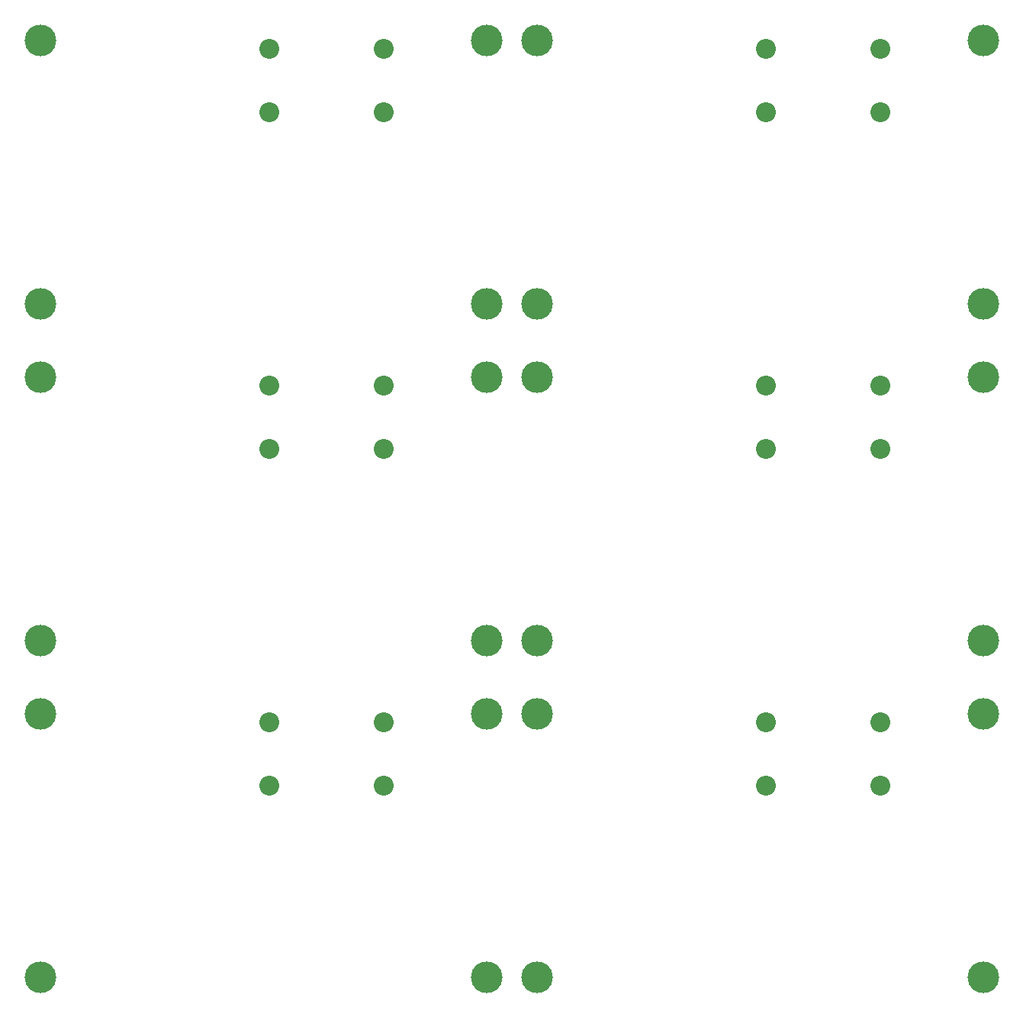
<source format=gbs>
G75*
%MOIN*%
%OFA0B0*%
%FSLAX25Y25*%
%IPPOS*%
%LPD*%
%AMOC8*
5,1,8,0,0,1.08239X$1,22.5*
%
%ADD10C,0.08674*%
%ADD11C,0.13800*%
D10*
X0138500Y0132411D03*
X0138500Y0159970D03*
X0188500Y0159970D03*
X0188500Y0132411D03*
X0188500Y0279411D03*
X0188500Y0306970D03*
X0138500Y0306970D03*
X0138500Y0279411D03*
X0138500Y0426411D03*
X0138500Y0453970D03*
X0188500Y0453970D03*
X0188500Y0426411D03*
X0355500Y0426411D03*
X0355500Y0453970D03*
X0405500Y0453970D03*
X0405500Y0426411D03*
X0405500Y0306970D03*
X0405500Y0279411D03*
X0355500Y0279411D03*
X0355500Y0306970D03*
X0355500Y0159970D03*
X0355500Y0132411D03*
X0405500Y0132411D03*
X0405500Y0159970D03*
D11*
X0038500Y0048750D03*
X0038500Y0163750D03*
X0038500Y0195750D03*
X0038500Y0310750D03*
X0038500Y0342750D03*
X0038500Y0457750D03*
X0233500Y0457750D03*
X0255500Y0457750D03*
X0255500Y0342750D03*
X0233500Y0342750D03*
X0233500Y0310750D03*
X0255500Y0310750D03*
X0255500Y0195750D03*
X0233500Y0195750D03*
X0233500Y0163750D03*
X0255500Y0163750D03*
X0255500Y0048750D03*
X0233500Y0048750D03*
X0450500Y0048750D03*
X0450500Y0163750D03*
X0450500Y0195750D03*
X0450500Y0310750D03*
X0450500Y0342750D03*
X0450500Y0457750D03*
M02*

</source>
